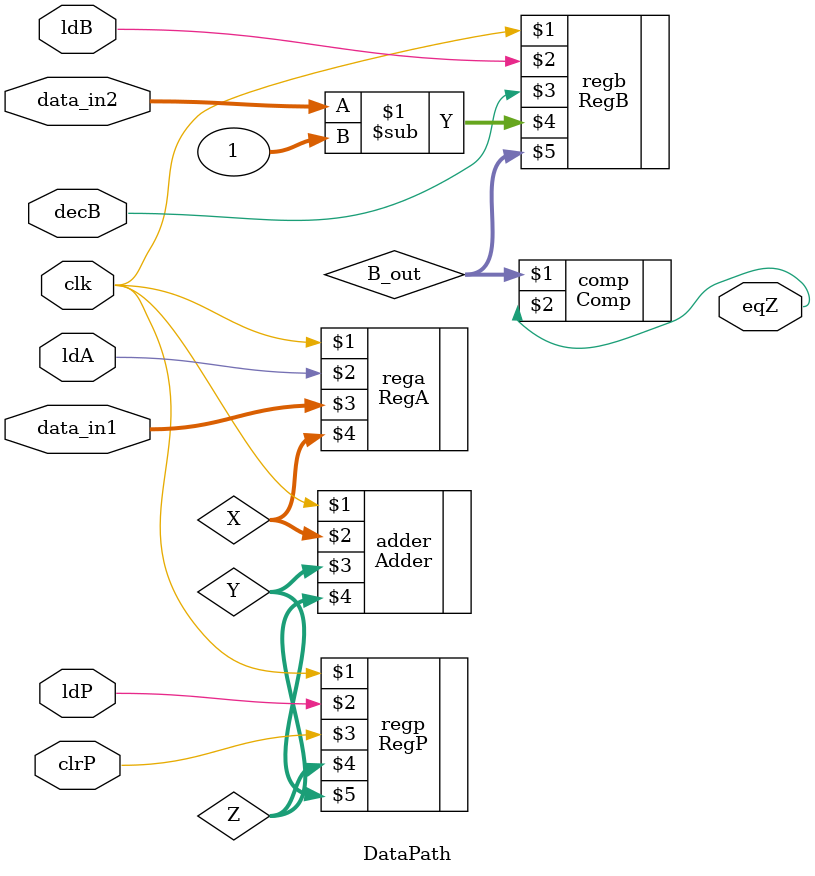
<source format=v>
`timescale 1ns / 1ps


module DataPath(clk, data_in1, data_in2, ldA, ldB, decB, ldP, clrP, eqZ);
    input [15:0] data_in1, data_in2;
    input clk, ldA, ldB, ldP, decB, clrP;
    output eqZ;
    
    wire [15:0] X, Y, Z, B_out;
    
    RegA rega(clk, ldA, data_in1, X);
    RegB regb(clk, ldB, decB, data_in2 - 1, B_out);
    RegP regp(clk, ldP, clrP, Z, Y);
    Adder adder(clk, X, Y, Z);
    Comp comp(B_out, eqZ);
    
    initial
        begin
            $monitor($time, " X : %d, Y : %d, Z : %d", X, Y, Z);
        end
    
endmodule

</source>
